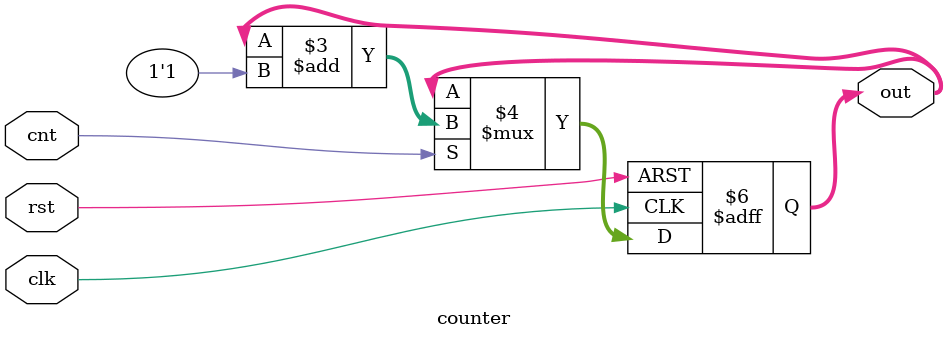
<source format=v>
module counter #(parameter WIDTH = 8) (clk, rst, cnt, out);
	input clk, rst, cnt;
    output reg [WIDTH - 1:0] out;

	always @(posedge clk, posedge rst) 
    begin
		if(rst == 1'b1) 
            out <= {WIDTH{1'b0}};
		else if(cnt) 
            out <= out + 1'b1;
	end
endmodule
</source>
